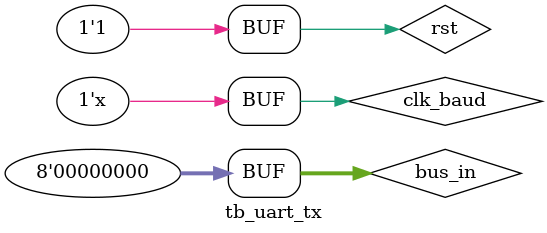
<source format=v>
`timescale 10ns/1ns

module tb_uart_tx ();

    reg clk_baud;
    reg rst;  // 清零，低电平有效
    reg [7:0] bus_in;
    
    wire tx_out;

    initial begin
        clk_baud <= 1'b1;
        rst <= 1;  
        bus_in <= 0;
    end

    always #1 clk_baud <= ~clk_baud;

    initial begin
            bus_in <= 8'b0;  // 4个周期空闲
        #40  bus_in <= 8'b0101_0101;  // 2个周期输入
        #20  bus_in <= 8'b0;  // 11个周期等待
        #110 bus_in <= 8'b1010_1010;  // 2个周期输入
        #20  bus_in <= 8'b0;  // 无数据输入
    end

    initial begin
             rst <= 1;
        #200 rst <= 0; // 第20个周期时清零
        #10  rst <= 1;
    end

    uart_tx  tb_uart_tx_ins (
        .clk_baud  (clk_baud),
        .bus_in    (bus_in),
        .tx_out    (tx_out) );


endmodule
</source>
